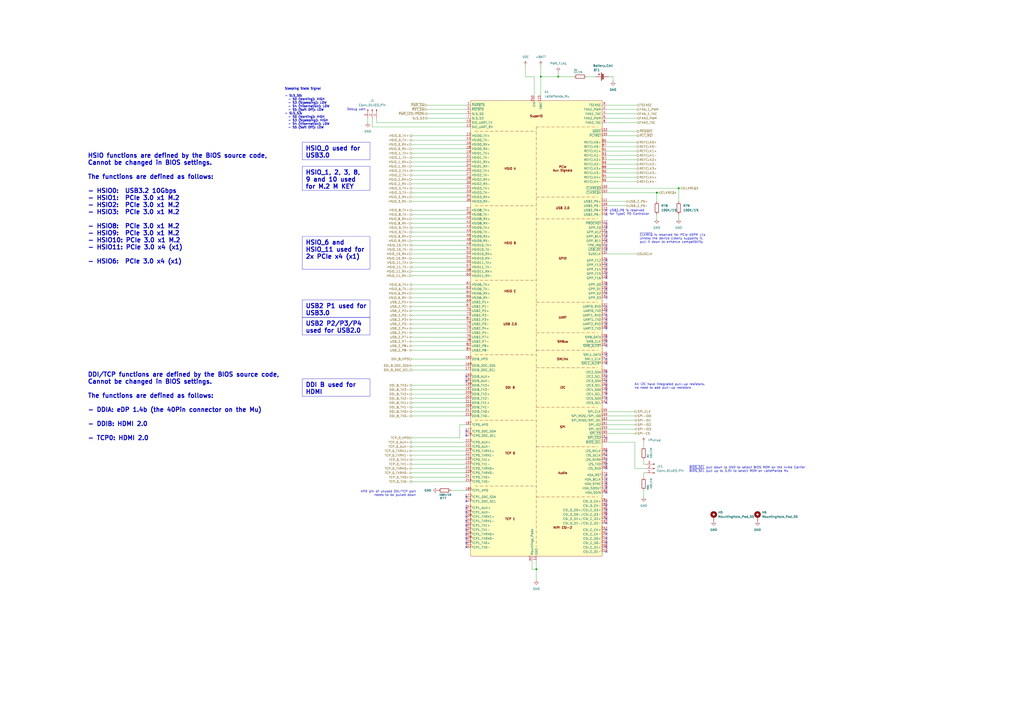
<source format=kicad_sch>
(kicad_sch (version 20231120) (generator "eeschema") (generator_version "8.0")
  (paper "A2")
  (title_block (title "nvme Carrier for LattePanda Mu") (date "2024-07-13") (rev "V1.0"))
  (junction (at 381 111.76))
  (junction (at 323.85 44.45))
  (junction (at 393.7 109.22))
  (junction (at 311.15 330.2))
  (junction (at 313.69 44.45))
  (no_connect (at 270.51 307.34))
  (no_connect (at 351.79 278.13))
  (no_connect (at 351.79 293.37))
  (no_connect (at 351.79 190.5))
  (no_connect (at 351.79 275.59))
  (no_connect (at 351.79 129.54))
  (no_connect (at 351.79 132.08))
  (no_connect (at 351.79 208.28))
  (no_connect (at 270.51 220.98))
  (no_connect (at 351.79 161.29))
  (no_connect (at 351.79 285.75))
  (no_connect (at 351.79 180.34))
  (no_connect (at 351.79 220.98))
  (no_connect (at 270.51 252.73))
  (no_connect (at 270.51 309.88))
  (no_connect (at 351.79 134.62))
  (no_connect (at 351.79 198.12))
  (no_connect (at 351.79 218.44))
  (no_connect (at 351.79 167.64))
  (no_connect (at 270.51 250.19))
  (no_connect (at 351.79 223.52))
  (no_connect (at 351.79 264.16))
  (no_connect (at 351.79 215.9))
  (no_connect (at 351.79 298.45))
  (no_connect (at 270.51 304.8))
  (no_connect (at 351.79 172.72))
  (no_connect (at 351.79 153.67))
  (no_connect (at 351.79 170.18))
  (no_connect (at 351.79 151.13))
  (no_connect (at 270.51 314.96))
  (no_connect (at 351.79 182.88))
  (no_connect (at 351.79 205.74))
  (no_connect (at 351.79 165.1))
  (no_connect (at 351.79 312.42))
  (no_connect (at 270.51 297.18))
  (no_connect (at 351.79 228.6))
  (no_connect (at 351.79 269.24))
  (no_connect (at 351.79 271.78))
  (no_connect (at 270.51 294.64))
  (no_connect (at 351.79 290.83))
  (no_connect (at 270.51 312.42))
  (no_connect (at 351.79 226.06))
  (no_connect (at 351.79 300.99))
  (no_connect (at 270.51 288.29))
  (no_connect (at 351.79 266.7))
  (no_connect (at 351.79 283.21))
  (no_connect (at 351.79 124.46))
  (no_connect (at 270.51 299.72))
  (no_connect (at 351.79 254))
  (no_connect (at 351.79 200.66))
  (no_connect (at 351.79 280.67))
  (no_connect (at 351.79 177.8))
  (no_connect (at 351.79 233.68))
  (no_connect (at 351.79 295.91))
  (no_connect (at 351.79 144.78))
  (no_connect (at 270.51 302.26))
  (no_connect (at 351.79 139.7))
  (no_connect (at 351.79 309.88))
  (no_connect (at 351.79 187.96))
  (no_connect (at 351.79 156.21))
  (no_connect (at 351.79 320.04))
  (no_connect (at 351.79 261.62))
  (no_connect (at 351.79 303.53))
  (no_connect (at 270.51 218.44))
  (no_connect (at 351.79 121.92))
  (no_connect (at 351.79 142.24))
  (no_connect (at 351.79 195.58))
  (no_connect (at 351.79 307.34))
  (no_connect (at 351.79 185.42))
  (no_connect (at 351.79 314.96))
  (no_connect (at 351.79 210.82))
  (no_connect (at 270.51 317.5))
  (no_connect (at 351.79 137.16))
  (no_connect (at 270.51 290.83))
  (no_connect (at 351.79 231.14))
  (no_connect (at 351.79 317.5))
  (no_connect (at 351.79 158.75))
  (wire (pts (xy 238.76 182.88) (xy 270.51 182.88)))
  (wire (pts (xy 238.76 114.3) (xy 270.51 114.3)))
  (wire (pts (xy 351.79 246.38) (xy 368.3 246.38)))
  (wire (pts (xy 213.36 68.58) (xy 213.36 71.12)))
  (wire (pts (xy 238.76 256.54) (xy 270.51 256.54)))
  (wire (pts (xy 351.79 147.32) (xy 369.57 147.32)))
  (wire (pts (xy 238.76 172.72) (xy 270.51 172.72)))
  (wire (pts (xy 238.76 214.63) (xy 270.51 214.63)))
  (wire (pts (xy 381 111.76) (xy 381 116.84)))
  (wire (pts (xy 353.06 44.45) (xy 355.6 44.45)))
  (wire (pts (xy 351.79 105.41) (xy 369.57 105.41)))
  (wire (pts (xy 304.8 44.45) (xy 309.88 44.45)))
  (wire (pts (xy 351.79 100.33) (xy 369.57 100.33)))
  (wire (pts (xy 238.76 116.84) (xy 270.51 116.84)))
  (wire (pts (xy 238.76 274.32) (xy 270.51 274.32)))
  (wire (pts (xy 238.76 195.58) (xy 270.51 195.58)))
  (wire (pts (xy 351.79 97.79) (xy 369.57 97.79)))
  (wire (pts (xy 238.76 190.5) (xy 270.51 190.5)))
  (wire (pts (xy 351.79 82.55) (xy 369.57 82.55)))
  (wire (pts (xy 238.76 137.16) (xy 270.51 137.16)))
  (wire (pts (xy 351.79 243.84) (xy 368.3 243.84)))
  (wire (pts (xy 238.76 276.86) (xy 270.51 276.86)))
  (wire (pts (xy 247.65 63.5) (xy 270.51 63.5)))
  (wire (pts (xy 238.76 228.6) (xy 270.51 228.6)))
  (wire (pts (xy 238.76 165.1) (xy 270.51 165.1)))
  (wire (pts (xy 308.61 325.12) (xy 308.61 330.2)))
  (wire (pts (xy 351.79 238.76) (xy 368.3 238.76)))
  (wire (pts (xy 238.76 271.78) (xy 270.51 271.78)))
  (wire (pts (xy 311.15 325.12) (xy 311.15 330.2)))
  (wire (pts (xy 393.7 109.22) (xy 393.7 116.84)))
  (wire (pts (xy 351.79 256.54) (xy 368.3 256.54)))
  (wire (pts (xy 238.76 127) (xy 270.51 127)))
  (wire (pts (xy 351.79 92.71) (xy 369.57 92.71)))
  (wire (pts (xy 238.76 157.48) (xy 270.51 157.48)))
  (wire (pts (xy 313.69 38.1) (xy 313.69 44.45)))
  (wire (pts (xy 238.76 96.52) (xy 270.51 96.52)))
  (wire (pts (xy 351.79 102.87) (xy 369.57 102.87)))
  (wire (pts (xy 215.9 68.58) (xy 215.9 73.66)))
  (wire (pts (xy 351.79 66.04) (xy 369.57 66.04)))
  (wire (pts (xy 238.76 86.36) (xy 270.51 86.36)))
  (wire (pts (xy 373.38 256.54) (xy 373.38 259.08)))
  (wire (pts (xy 218.44 71.12) (xy 270.51 71.12)))
  (wire (pts (xy 374.65 271.78) (xy 368.3 271.78)))
  (wire (pts (xy 238.76 200.66) (xy 270.51 200.66)))
  (wire (pts (xy 238.76 139.7) (xy 270.51 139.7)))
  (wire (pts (xy 351.79 251.46) (xy 368.3 251.46)))
  (wire (pts (xy 238.76 223.52) (xy 270.51 223.52)))
  (wire (pts (xy 351.79 95.25) (xy 369.57 95.25)))
  (wire (pts (xy 309.88 44.45) (xy 309.88 55.88)))
  (wire (pts (xy 238.76 99.06) (xy 270.51 99.06)))
  (wire (pts (xy 238.76 88.9) (xy 270.51 88.9)))
  (wire (pts (xy 238.76 167.64) (xy 270.51 167.64)))
  (wire (pts (xy 238.76 142.24) (xy 270.51 142.24)))
  (wire (pts (xy 238.76 266.7) (xy 270.51 266.7)))
  (wire (pts (xy 238.76 233.68) (xy 270.51 233.68)))
  (wire (pts (xy 351.79 248.92) (xy 368.3 248.92)))
  (wire (pts (xy 238.76 231.14) (xy 270.51 231.14)))
  (wire (pts (xy 238.76 81.28) (xy 270.51 81.28)))
  (wire (pts (xy 313.69 44.45) (xy 313.69 55.88)))
  (wire (pts (xy 238.76 147.32) (xy 270.51 147.32)))
  (wire (pts (xy 238.76 226.06) (xy 270.51 226.06)))
  (wire (pts (xy 373.38 284.48) (xy 373.38 288.29)))
  (wire (pts (xy 351.79 116.84) (xy 363.22 116.84)))
  (wire (pts (xy 238.76 254) (xy 266.7 254)))
  (wire (pts (xy 308.61 330.2) (xy 311.15 330.2)))
  (wire (pts (xy 323.85 44.45) (xy 332.74 44.45)))
  (wire (pts (xy 238.76 279.4) (xy 270.51 279.4)))
  (wire (pts (xy 266.7 246.38) (xy 270.51 246.38)))
  (wire (pts (xy 238.76 152.4) (xy 270.51 152.4)))
  (wire (pts (xy 374.65 269.24) (xy 373.38 269.24)))
  (wire (pts (xy 238.76 208.28) (xy 270.51 208.28)))
  (wire (pts (xy 238.76 93.98) (xy 270.51 93.98)))
  (wire (pts (xy 351.79 111.76) (xy 381 111.76)))
  (wire (pts (xy 340.36 44.45) (xy 345.44 44.45)))
  (wire (pts (xy 355.6 44.45) (xy 355.6 46.99)))
  (wire (pts (xy 238.76 144.78) (xy 270.51 144.78)))
  (wire (pts (xy 238.76 198.12) (xy 270.51 198.12)))
  (wire (pts (xy 215.9 73.66) (xy 270.51 73.66)))
  (wire (pts (xy 382.27 111.76) (xy 381 111.76)))
  (wire (pts (xy 247.65 66.04) (xy 270.51 66.04)))
  (wire (pts (xy 368.3 271.78) (xy 368.3 256.54)))
  (wire (pts (xy 351.79 109.22) (xy 393.7 109.22)))
  (wire (pts (xy 238.76 241.3) (xy 270.51 241.3)))
  (wire (pts (xy 238.76 154.94) (xy 270.51 154.94)))
  (wire (pts (xy 238.76 101.6) (xy 270.51 101.6)))
  (wire (pts (xy 351.79 87.63) (xy 369.57 87.63)))
  (wire (pts (xy 351.79 68.58) (xy 369.57 68.58)))
  (wire (pts (xy 351.79 119.38) (xy 363.22 119.38)))
  (wire (pts (xy 238.76 259.08) (xy 270.51 259.08)))
  (wire (pts (xy 238.76 109.22) (xy 270.51 109.22)))
  (wire (pts (xy 238.76 78.74) (xy 270.51 78.74)))
  (wire (pts (xy 238.76 91.44) (xy 270.51 91.44)))
  (wire (pts (xy 311.15 330.2) (xy 311.15 336.55)))
  (wire (pts (xy 261.62 284.48) (xy 270.51 284.48)))
  (wire (pts (xy 238.76 177.8) (xy 270.51 177.8)))
  (wire (pts (xy 247.65 60.96) (xy 270.51 60.96)))
  (wire (pts (xy 373.38 269.24) (xy 373.38 266.7)))
  (wire (pts (xy 247.65 68.58) (xy 270.51 68.58)))
  (wire (pts (xy 238.76 106.68) (xy 270.51 106.68)))
  (wire (pts (xy 238.76 129.54) (xy 270.51 129.54)))
  (wire (pts (xy 238.76 160.02) (xy 270.51 160.02)))
  (wire (pts (xy 238.76 149.86) (xy 270.51 149.86)))
  (wire (pts (xy 351.79 90.17) (xy 369.57 90.17)))
  (wire (pts (xy 238.76 203.2) (xy 270.51 203.2)))
  (wire (pts (xy 304.8 38.1) (xy 304.8 44.45)))
  (wire (pts (xy 238.76 212.09) (xy 270.51 212.09)))
  (wire (pts (xy 373.38 274.32) (xy 373.38 276.86)))
  (wire (pts (xy 351.79 63.5) (xy 369.57 63.5)))
  (wire (pts (xy 351.79 60.96) (xy 369.57 60.96)))
  (wire (pts (xy 238.76 264.16) (xy 270.51 264.16)))
  (wire (pts (xy 238.76 175.26) (xy 270.51 175.26)))
  (wire (pts (xy 238.76 170.18) (xy 270.51 170.18)))
  (wire (pts (xy 238.76 238.76) (xy 270.51 238.76)))
  (wire (pts (xy 266.7 254) (xy 266.7 246.38)))
  (wire (pts (xy 374.65 274.32) (xy 373.38 274.32)))
  (wire (pts (xy 381 124.46) (xy 381 127)))
  (wire (pts (xy 238.76 121.92) (xy 270.51 121.92)))
  (wire (pts (xy 323.85 41.91) (xy 323.85 44.45)))
  (wire (pts (xy 238.76 187.96) (xy 270.51 187.96)))
  (wire (pts (xy 351.79 71.12) (xy 369.57 71.12)))
  (wire (pts (xy 238.76 111.76) (xy 270.51 111.76)))
  (wire (pts (xy 238.76 269.24) (xy 270.51 269.24)))
  (wire (pts (xy 238.76 185.42) (xy 270.51 185.42)))
  (wire (pts (xy 351.79 241.3) (xy 368.3 241.3)))
  (wire (pts (xy 394.97 109.22) (xy 393.7 109.22)))
  (wire (pts (xy 238.76 134.62) (xy 270.51 134.62)))
  (wire (pts (xy 238.76 124.46) (xy 270.51 124.46)))
  (wire (pts (xy 351.79 76.2) (xy 369.57 76.2)))
  (wire (pts (xy 351.79 78.74) (xy 369.57 78.74)))
  (wire (pts (xy 313.69 44.45) (xy 323.85 44.45)))
  (wire (pts (xy 238.76 261.62) (xy 270.51 261.62)))
  (wire (pts (xy 218.44 71.12) (xy 218.44 68.58)))
  (wire (pts (xy 393.7 124.46) (xy 393.7 127)))
  (wire (pts (xy 351.79 85.09) (xy 369.57 85.09)))
  (wire (pts (xy 238.76 104.14) (xy 270.51 104.14)))
  (wire (pts (xy 238.76 236.22) (xy 270.51 236.22)))
  (wire (pts (xy 238.76 132.08) (xy 270.51 132.08)))
  (wire (pts (xy 238.76 193.04) (xy 270.51 193.04)))
  (wire (pts (xy 238.76 83.82) (xy 270.51 83.82)))
  (wire (pts (xy 238.76 180.34) (xy 270.51 180.34)))
  (text_box "HSIO_0 used for USB3.0 \n" (at 175.26 82.55 0) (size 39.37 10.16) (effects (font (size 2.54 2.54) (thickness 0.508) (bold yes)) (justify left top)))
  (text_box "HSIO_1, 2, 3, 8, 9 and 10 used for M.2 M KEY\n" (at 175.26 96.52 0) (size 39.37 13.97) (effects (font (size 2.54 2.54) (thickness 0.508) (bold yes)) (justify left top)))
  (text_box "USB2 P2/P3/P4 used for USB2.0 \n" (at 175.26 184.15 0) (size 39.37 10.16) (effects (font (size 2.54 2.54) (thickness 0.508) (bold yes)) (justify left top)))
  (text_box "DDI B used for HDMI\n" (at 175.26 219.71 0) (size 39.37 10.16) (effects (font (size 2.54 2.54) (thickness 0.508) (bold yes)) (justify left top)))
  (text_box "HSIO_6 and HSIO_11 used for 2x PCIe x4 (x1)\n\n" (at 175.26 137.16 0) (size 39.37 19.05) (effects (font (size 2.54 2.54) (thickness 0.508) (bold yes)) (justify left top)))
  (text_box "USB2 P1 used for USB3.0\n" (at 175.26 173.99 0) (size 39.37 10.16) (effects (font (size 2.54 2.54) (thickness 0.508) (bold yes)) (justify left top)))
  (text "HSIO functions are defined by the BIOS source code, \nCannot be changed in BIOS settings.\n\nThe functions are defined as follows:\n\n- HSIO0:  USB3.2 10Gbps\n- HSIO1:  PCIe 3.0 x1 M.2\n- HSIO2:  PCIe 3.0 x1 M.2\n- HSIO3:  PCIe 3.0 x1 M.2\n\n- HSIO8:  PCIe 3.0 x1 M.2\n- HSIO9:  PCIe 3.0 x1 M.2\n- HSIO10: PCIe 3.0 x1 M.2\n- HSIO11: PCIe 3.0 x4 (x1)\n\n- HSIO6:  PCIe 3.0 x4 (x1)" (at 50.8 88.9 0) (effects (font (size 2.54 2.54) (thickness 0.508) (bold yes)) (justify left top)))
  (text "~{BIOS_SEL} pull down to GND to select BIOS ROM on the nvme Carrier\n~{BIOS_SEL} pull up to 3.3V to select ROM on LattePanda Mu" (at 399.796 274.066 0) (effects (font (size 1.27 1.27)) (justify left bottom)))
  (text "DDI/TCP functions are defined by the BIOS source code, \nCannot be changed in BIOS settings.\n\nThe functions are defined as follows:\n\n- DDIA: eDP 1.4b (the 40Pin connector on the Mu)\n\n- DDIB: HDMI 2.0\n\n- TCP0: HDMI 2.0" (at 50.8 215.9 0) (effects (font (size 2.54 2.54) (thickness 0.508) (bold yes)) (justify left top)))
  (text "Sleeping State Signal\n\n- SLS_S0: \n  - S0 (Working): HIGH\n  - S3 (Slpeeping): LOW\n  - S4 (Hibernation): LOW\n  - S5 (Soft Off): LOW\n- SLS_S3:\n  - S0 (Working): HIGH\n  - S3 (Slpeeping): HIGH\n  - S4 (Hibernation): LOW\n  - S5 (Soft Off): LOW" (at 165.1 50.8 0) (effects (font (size 1.27 1.27) (thickness 0.254) (bold yes)) (justify left top)))
  (text "USB2_P6 is reserved\nfor TypeC PD Controller" (at 353.568 123.19 0) (effects (font (size 1.27 1.27)) (justify left)))
  (text "All I2C have integrated pull-up resistors.\nno need to add pull-up resistors" (at 368.046 224.028 0) (effects (font (size 1.27 1.27)) (justify left)))
  (text "Debug uart" (at 212.09 63.5 0) (effects (font (size 1.27 1.27)) (justify right)))
  (text "~{CLKREQ} is reserved for PCIe ASPM L1s\nUnless the device clearly supports it,\npull it down to enhance compatibility" (at 371.094 138.43 0) (effects (font (size 1.27 1.27)) (justify left)))
  (text "HPD pin of unused DDI/TCP port\nneeds to be pulled down" (at 241.3 284.48 0) (effects (font (size 1.27 1.27)) (justify right top)))
  (hierarchical_label "REFCLK1-" (shape output) (at 369.57 90.17 0))
  (hierarchical_label "DDI_B_DDC_SCL" (shape output) (at 238.76 214.63 180))
  (hierarchical_label "SUSCLK" (shape input) (at 369.57 147.32 0))
  (hierarchical_label "FAN_1_TAC" (shape input) (at 369.57 66.04 0))
  (hierarchical_label "HSIO_9_TX-" (shape output) (at 238.76 134.62 180))
  (hierarchical_label "FAN2_TAC" (shape input) (at 369.57 71.12 0))
  (hierarchical_label "HSIO_11_RX+" (shape input) (at 238.76 157.48 180))
  (hierarchical_label "SPI-IO3" (shape bidirectional) (at 368.3 248.92 0))
  (hierarchical_label "USB_2_P1-" (shape bidirectional) (at 238.76 177.8 180))
  (hierarchical_label "TCP_0_TXRX0+" (shape bidirectional) (at 238.76 271.78 180))
  (hierarchical_label "~{PEWAKE}" (shape output) (at 369.57 76.2 0))
  (hierarchical_label "SPI-IO2" (shape bidirectional) (at 368.3 246.38 0))
  (hierarchical_label "HSIO_8_TX-" (shape output) (at 238.76 124.46 180))
  (hierarchical_label "DDI_B_HPD" (shape input) (at 238.76 208.28 180))
  (hierarchical_label "USB_2_P7-" (shape bidirectional) (at 238.76 198.12 180))
  (hierarchical_label "REFCLK2+" (shape output) (at 369.57 92.71 0))
  (hierarchical_label "USB_2_P8+" (shape bidirectional) (at 238.76 200.66 180))
  (hierarchical_label "REFCLK3-" (shape output) (at 369.57 100.33 0))
  (hierarchical_label "DDI_B_TX2-" (shape output) (at 238.76 231.14 180))
  (hierarchical_label "USB_2_P5-" (shape bidirectional) (at 363.22 119.38 0))
  (hierarchical_label "TCP_0_HPD" (shape input) (at 238.76 254 180))
  (hierarchical_label "CLKREQ4" (shape input) (at 382.27 111.76 0))
  (hierarchical_label "REFCLK1+" (shape output) (at 369.57 87.63 0))
  (hierarchical_label "TCP_0_AUX-" (shape output) (at 238.76 259.08 180))
  (hierarchical_label "USB_2_P7+" (shape bidirectional) (at 238.76 195.58 180))
  (hierarchical_label "HSIO_11_TX-" (shape output) (at 238.76 154.94 180))
  (hierarchical_label "DDI_B_TX0+" (shape output) (at 238.76 238.76 180))
  (hierarchical_label "USB_2_P3+" (shape bidirectional) (at 238.76 185.42 180))
  (hierarchical_label "USB_2_P2+" (shape bidirectional) (at 238.76 180.34 180))
  (hierarchical_label "DDI_B_TX3-" (shape output) (at 238.76 226.06 180))
  (hierarchical_label "DDI_B_TX0-" (shape output) (at 238.76 241.3 180))
  (hierarchical_label "HSIO_0_RX+" (shape input) (at 238.76 83.82 180))
  (hierarchical_label "~{PWR_LED}{slash}~{PSON}" (shape output) (at 247.65 66.04 180))
  (hierarchical_label "SLS_S3" (shape output) (at 247.65 68.58 180))
  (hierarchical_label "HSIO_8_TX+" (shape output) (at 238.76 121.92 180))
  (hierarchical_label "HSIO_11_TX+" (shape output) (at 238.76 152.4 180))
  (hierarchical_label "HSIO_9_RX+" (shape input) (at 238.76 137.16 180))
  (hierarchical_label "TCP_0_TXRX1+" (shape bidirectional) (at 238.76 261.62 180))
  (hierarchical_label "REFCLK0+" (shape output) (at 369.57 82.55 0))
  (hierarchical_label "HSIO_6_RX-" (shape input) (at 238.76 172.72 180))
  (hierarchical_label "~{PWR_SW}" (shape input) (at 247.65 60.96 180))
  (hierarchical_label "SPI-CS" (shape bidirectional) (at 368.3 251.46 0))
  (hierarchical_label "USB_2_P4-" (shape bidirectional) (at 238.76 193.04 180))
  (hierarchical_label "USB_2_P8-" (shape bidirectional) (at 238.76 203.2 180))
  (hierarchical_label "HSIO_0_TX+" (shape output) (at 238.76 78.74 180))
  (hierarchical_label "HSIO_3_TX+" (shape output) (at 238.76 109.22 180))
  (hierarchical_label "TCP_0_AUX+" (shape output) (at 238.76 256.54 180))
  (hierarchical_label "USB_2_P2-" (shape bidirectional) (at 238.76 182.88 180))
  (hierarchical_label "TCP_0_TX0+" (shape output) (at 238.76 276.86 180))
  (hierarchical_label "HSIO_3_TX-" (shape output) (at 238.76 111.76 180))
  (hierarchical_label "TCP_0_TXRX1-" (shape bidirectional) (at 238.76 264.16 180))
  (hierarchical_label "HSIO_1_RX-" (shape input) (at 238.76 96.52 180))
  (hierarchical_label "TSENSE" (shape input) (at 369.57 60.96 0))
  (hierarchical_label "USB_2_P5+" (shape bidirectional) (at 363.22 116.84 0))
  (hierarchical_label "HSIO_6_RX+" (shape input) (at 238.76 170.18 180))
  (hierarchical_label "DDI_B_TX2+" (shape output) (at 238.76 228.6 180))
  (hierarchical_label "SPI_CLK" (shape output) (at 368.3 238.76 0))
  (hierarchical_label "USB_2_P3-" (shape bidirectional) (at 238.76 187.96 180))
  (hierarchical_label "HSIO_2_TX+" (shape output) (at 238.76 99.06 180))
  (hierarchical_label "FAN_1_PWM" (shape output) (at 369.57 63.5 0))
  (hierarchical_label "SPI-IO1" (shape bidirectional) (at 368.3 243.84 0))
  (hierarchical_label "USB_2_P4+" (shape bidirectional) (at 238.76 190.5 180))
  (hierarchical_label "HSIO_1_RX+" (shape input) (at 238.76 93.98 180))
  (hierarchical_label "HSIO_2_RX+" (shape input) (at 238.76 104.14 180))
  (hierarchical_label "DDI_B_TX1-" (shape output) (at 238.76 236.22 180))
  (hierarchical_label "REFCLK4+" (shape output) (at 369.57 102.87 0))
  (hierarchical_label "SPI-IO0" (shape bidirectional) (at 368.3 241.3 0))
  (hierarchical_label "HSIO_9_RX-" (shape input) (at 238.76 139.7 180))
  (hierarchical_label "HSIO_10_RX+" (shape input) (at 238.76 147.32 180))
  (hierarchical_label "HSIO_10_TX-" (shape output) (at 238.76 144.78 180))
  (hierarchical_label "~{PLT_RST}" (shape output) (at 369.57 78.74 0))
  (hierarchical_label "HSIO_0_RX-" (shape input) (at 238.76 86.36 180))
  (hierarchical_label "FAN2_PWM" (shape input) (at 369.57 68.58 0))
  (hierarchical_label "TCP_0_TX1+" (shape output) (at 238.76 266.7 180))
  (hierarchical_label "USB_2_P1+" (shape bidirectional) (at 238.76 175.26 180))
  (hierarchical_label "REFCLK3+" (shape output) (at 369.57 97.79 0))
  (hierarchical_label "HSIO_1_TX-" (shape output) (at 238.76 91.44 180))
  (hierarchical_label "REFCLK2-" (shape output) (at 369.57 95.25 0))
  (hierarchical_label "DDI_B_DDC_SDA" (shape bidirectional) (at 238.76 212.09 180))
  (hierarchical_label "DDI_B_TX1+" (shape output) (at 238.76 233.68 180))
  (hierarchical_label "HSIO_2_RX-" (shape input) (at 238.76 106.68 180))
  (hierarchical_label "HSIO_3_RX+" (shape input) (at 238.76 114.3 180))
  (hierarchical_label "HSIO_1_TX+" (shape output) (at 238.76 88.9 180))
  (hierarchical_label "HSIO_10_TX+" (shape output) (at 238.76 142.24 180))
  (hierarchical_label "HSIO_2_TX-" (shape output) (at 238.76 101.6 180))
  (hierarchical_label "HSIO_6_TX-" (shape output) (at 238.76 167.64 180))
  (hierarchical_label "HSIO_6_TX+" (shape output) (at 238.76 165.1 180))
  (hierarchical_label "~{RST_SW}" (shape input) (at 247.65 63.5 180))
  (hierarchical_label "CLKREQ3" (shape input) (at 394.97 109.22 0))
  (hierarchical_label "DDI_B_TX3+" (shape output) (at 238.76 223.52 180))
  (hierarchical_label "HSIO_0_TX-" (shape output) (at 238.76 81.28 180))
  (hierarchical_label "REFCLK0-" (shape output) (at 369.57 85.09 0))
  (hierarchical_label "REFCLK4-" (shape output) (at 369.57 105.41 0))
  (hierarchical_label "HSIO_9_TX+" (shape output) (at 238.76 132.08 180))
  (hierarchical_label "TCP_0_TX1-" (shape output) (at 238.76 269.24 180))
  (hierarchical_label "TCP_0_TXRX0-" (shape bidirectional) (at 238.76 274.32 180))
  (hierarchical_label "HSIO_3_RX-" (shape input) (at 238.76 116.84 180))
  (hierarchical_label "HSIO_8_RX-" (shape input) (at 238.76 129.54 180))
  (hierarchical_label "HSIO_11_RX-" (shape input) (at 238.76 160.02 180))
  (hierarchical_label "HSIO_10_RX-" (shape input) (at 238.76 149.86 180))
  (hierarchical_label "TCP_0_TX0-" (shape output) (at 238.76 279.4 180))
  (hierarchical_label "HSIO_8_RX+" (shape input) (at 238.76 127 180))
  (symbol (lib_id "MCU_Module_LattePanda:LattePanda_Mu") (at 311.15 190.5 0) (unit 1)
    (property "Reference" "A1" (at 315.8841 53.34 0) (effects (justify left)))
    (property "Value" "LattePanda_Mu" (at 315.8841 55.88 0) (effects (justify left)))
    (property "Footprint" "Module_LattePanda:LattePanda_Module_H8.0mm_Horizontal" (effects (hide yes)))
    (property "Datasheet" "https://wmsc.lcsc.com/wmsc/upload/file/pdf/v2/lcsc/2012102315_LOTES-ADDR0069-P009A_C962126.pdf" (effects (hide yes)))
    (property "Description" "A micro computing module with x86 processer, RAM and eMMC." (effects (hide yes)))
    (property "Part#" "C962126" (effects (hide yes)))
    (property "MPN" "ADDR0069-P009A" (effects (hide yes)))
    (property "Package" "SMD,P=0.5mm,Surface Mount，Right Angle" (effects (hide yes)))
    (property "LCSC Part #" "C962126" (effects (hide yes)))
  )
  (symbol (lib_id "power:GND") (at 373.38 288.29 0) (unit 1)
    (property "Reference" "#PWR0197" (effects (hide yes)))
    (property "Value" "GND" (at 373.38 293.37 0))
  )
  (symbol (lib_id "power:GND") (at 393.7 127 0) (unit 1)
    (property "Reference" "#PWR0104" (effects (hide yes)))
    (property "Value" "GND" (at 393.7 132.08 0))
  )
  (symbol (lib_id "Connector:Conn_01x03_Pin") (at 215.9 63.5 270) (unit 1)
    (property "Reference" "J1" (at 215.9 58.42 90))
    (property "Value" "Conn_01x03_Pin" (at 215.9 60.96 90))
    (property "Footprint" "Connector_PinHeader_2.54mm:PinHeader_1x03_P2.54mm_Vertical" (effects (hide yes)))
    (property "Description" "Generic connector, single row, 01x03, script generated" (effects (hide yes)))
    (property "MPN" "PZ2.54-1*3" (effects (hide yes)))
    (property "Package" "Jumper" (effects (hide yes)))
  )
  (symbol (lib_id "power:GND") (at 254 284.48 270) (unit 1)
    (property "Reference" "#PWR0120" (effects (hide yes)))
    (property "Value" "GND" (at 250.19 284.4799 90) (effects (justify right)))
  )
  (symbol (lib_id "power:PWR_FLAG") (at 323.85 41.91 0) (unit 1)
    (property "Reference" "#FLG0201" (effects (hide yes)))
    (property "Value" "PWR_FLAG" (at 323.85 36.83 0))
    (property "Description" "Special symbol for telling ERC where power comes from" (effects (hide yes)))
  )
  (symbol (lib_id "Device:R") (at 336.55 44.45 90) (unit 1)
    (property "Reference" "R1" (at 334.01 40.64 90) (effects (font (size 1 1))))
    (property "Value" "1K/1%" (at 335.28 41.91 90) (effects (font (size 1 1))))
    (property "Footprint" "A_HDJ_Library:R_0402_1005Metric" (effects (hide yes)))
    (property "Datasheet" "https://wmsc.lcsc.com/wmsc/upload/file/pdf/v2/lcsc/2304140030_YAGEO-RC0402FR-071KL_C106235.pdf" (effects (hide yes)))
    (property "Part#" "C106235" (effects (hide yes)))
    (property "MPN" "RC0402FR-071KL" (effects (hide yes)))
    (property "Package" "0402" (effects (hide yes)))
    (property "LCSC Part #" "C106235" (effects (hide yes)))
  )
  (symbol (lib_id "Device:R") (at 373.38 280.67 180) (unit 1)
    (property "Reference" "R95" (at 375.92 281.178 90) (effects (font (size 1 1)) (justify left)))
    (property "Value" "10K/1%" (at 377.698 277.368 90) (effects (font (size 1 1)) (justify left)))
    (property "Footprint" "A_HDJ_Library:R_0402_1005Metric" (effects (hide yes)))
    (property "Datasheet" "https://wmsc.lcsc.com/wmsc/upload/file/pdf/v2/lcsc/2304140030_YAGEO-RC0402FR-0710KL_C60490.pdf" (effects (hide yes)))
    (property "Part#" "C60490" (effects (hide yes)))
    (property "MPN" "RC0402FR-0710KL" (effects (hide yes)))
    (property "Package" "0402" (effects (hide yes)))
    (property "LCSC Part #" "C60490" (effects (hide yes)))
  )
  (symbol (lib_id "power:GND") (at 311.15 336.55 0) (unit 1)
    (property "Reference" "#PWR07" (effects (hide yes)))
    (property "Value" "GND" (at 311.15 341.63 0))
  )
  (symbol (lib_id "power:GND") (at 213.36 71.12 0) (unit 1)
    (property "Reference" "#PWR05" (effects (hide yes)))
    (property "Value" "GND" (at 213.36 76.2 0))
  )
  (symbol (lib_id "power:GND") (at 439.42 302.26 0) (unit 1) (in_bom no)
    (property "Reference" "#PWR012" (effects (hide yes)))
    (property "Value" "GND" (at 439.42 307.34 0))
  )
  (symbol (lib_id "power:GND") (at 414.02 302.26 0) (unit 1) (in_bom no)
    (property "Reference" "#PWR011" (effects (hide yes)))
    (property "Value" "GND" (at 414.02 307.34 0))
  )
  (symbol (lib_id "Device:R") (at 393.7 120.65 0) (unit 1)
    (property "Reference" "R79" (at 396.24 119.3799 0) (effects (justify left)))
    (property "Value" "100K/1%" (at 396.24 121.9199 0) (effects (justify left)))
    (property "Footprint" "A_HDJ_Library:R_0402_1005Metric" (effects (hide yes)))
    (property "Datasheet" "https://wmsc.lcsc.com/wmsc/upload/file/pdf/v2/lcsc/2304140030_YAGEO-RC0402FR-07100KL_C60491.pdf" (effects (hide yes)))
    (property "Description" "Resistor" (effects (hide yes)))
    (property "Part#" "C60491" (effects (hide yes)))
    (property "MPN" "RC0402FR-07100KL" (effects (hide yes)))
    (property "Package" "0402" (effects (hide yes)))
    (property "LCSC Part #" "C60491" (effects (hide yes)))
  )
  (symbol (lib_id "power:+BATT") (at 313.69 38.1 0) (unit 1)
    (property "Reference" "#PWR08" (effects (hide yes)))
    (property "Value" "+BATT" (at 313.69 33.02 0))
  )
  (symbol (lib_name "+3V3_1") (lib_id "power:+3V3") (at 373.38 256.54 0) (unit 1)
    (property "Reference" "#PWR010" (effects (hide yes)))
    (property "Value" "VPullup" (at 375.92 255.2699 0) (effects (justify left)))
    (property "Description" "Power symbol creates a global label with name \"VPullup\"" (effects (hide yes)))
  )
  (symbol (lib_id "Device:R") (at 381 120.65 0) (unit 1)
    (property "Reference" "R78" (at 383.54 119.3799 0) (effects (justify left)))
    (property "Value" "100K/1%" (at 383.54 121.9199 0) (effects (justify left)))
    (property "Footprint" "A_HDJ_Library:R_0402_1005Metric" (effects (hide yes)))
    (property "Datasheet" "https://wmsc.lcsc.com/wmsc/upload/file/pdf/v2/lcsc/2304140030_YAGEO-RC0402FR-07100KL_C60491.pdf" (effects (hide yes)))
    (property "Description" "Resistor" (effects (hide yes)))
    (property "Part#" "C60491" (effects (hide yes)))
    (property "MPN" "RC0402FR-07100KL" (effects (hide yes)))
    (property "Package" "0402" (effects (hide yes)))
    (property "LCSC Part #" "C60491" (effects (hide yes)))
  )
  (symbol (lib_id "Device:R") (at 257.81 284.48 270) (unit 1)
    (property "Reference" "R77" (at 257.048 289.052 90))
    (property "Value" "100K/1%" (at 258.318 287.02 90) (effects (font (size 1 1))))
    (property "Footprint" "A_HDJ_Library:R_0402_1005Metric" (effects (hide yes)))
    (property "Datasheet" "https://wmsc.lcsc.com/wmsc/upload/file/pdf/v2/lcsc/2304140030_YAGEO-RC0402FR-07100KL_C60491.pdf" (effects (hide yes)))
    (property "Part#" "C60491" (effects (hide yes)))
    (property "MPN" "RC0402FR-07100KL" (effects (hide yes)))
    (property "Package" "0402" (effects (hide yes)))
    (property "LCSC Part #" "C60491" (effects (hide yes)))
  )
  (symbol (lib_id "Connector:Conn_01x03_Pin") (at 379.73 271.78 180) (unit 1)
    (property "Reference" "J11" (at 381 270.5099 0) (effects (justify right)))
    (property "Value" "Conn_01x03_Pin" (at 381 273.0499 0) (effects (justify right)))
    (property "Footprint" "Connector_PinHeader_2.54mm:PinHeader_1x03_P2.54mm_Vertical" (effects (hide yes)))
    (property "Description" "Generic connector, single row, 01x03, script generated" (effects (hide yes)))
    (property "MPN" "PZ2.54-1*3" (effects (hide yes)))
    (property "Package" "Jumper" (effects (hide yes)))
  )
  (symbol (lib_id "Device:Battery_Cell") (at 350.52 44.45 90) (unit 1)
    (property "Reference" "BT1" (at 347.98 40.64 90) (effects (justify left)))
    (property "Value" "Battery_Cell" (at 355.6 38.1 90) (effects (justify left)))
    (property "Footprint" "A_HDJ_Library:Battery_Holder_CR1220_S8411-45R" (effects (hide yes)))
    (property "Datasheet" "https://www.lcsc.com/datasheet/lcsc_datasheet_2405081637_Q-J-CR1220-2_C70381.pdf" (effects (hide yes)))
    (property "Part#" "C70381" (effects (hide yes)))
    (property "MPN" "CR1220-2" (effects (hide yes)))
    (property "Package" "SMD" (effects (hide yes)))
    (property "LCSC Part #" "C70381" (effects (hide yes)))
    (property "MPN_alt" "S8411-45R" (effects (hide yes)))
  )
  (symbol (lib_id "Mechanical:MountingHole_Pad") (at 414.02 299.72 0) (unit 1) (in_bom no)
    (property "Reference" "H5" (at 416.56 297.18 0) (effects (justify left)))
    (property "Value" "MountingHole_Pad_50" (at 416.56 299.72 0) (effects (justify left)))
    (property "Footprint" "A_HDJ_Library:MountingHole_3mm_M2_Pad_TopOnly" (effects (hide yes)))
    (property "Datasheet" "https://www.lcsc.com/datasheet/lcsc_datasheet_2410121507_YIYUAN-SMTWEM250STR_C5301799.pdf" (effects (hide yes)))
    (property "Package" "MountingHole" (effects (hide yes)))
    (property "LCSC Part #" "C5301799" (effects (hide yes)))
    (property "MPN" "SMTWEM250STR" (effects (hide yes)))
  )
  (symbol (lib_id "power:VDC") (at 304.8 38.1 0) (unit 1)
    (property "Reference" "#PWR06" (effects (hide yes)))
    (property "Value" "VDC" (at 303.022 33.02 0) (effects (justify left)))
  )
  (symbol (lib_id "power:GND") (at 381 127 0) (unit 1)
    (property "Reference" "#PWR0103" (effects (hide yes)))
    (property "Value" "GND" (at 381 132.08 0))
  )
  (symbol (lib_id "power:GND") (at 355.6 46.99 0) (unit 1)
    (property "Reference" "#PWR09" (effects (hide yes)))
    (property "Value" "GND" (at 355.6 52.07 0))
  )
  (symbol (lib_id "Device:R") (at 373.38 262.89 180) (unit 1)
    (property "Reference" "R2" (at 375.92 263.398 90) (effects (font (size 1 1)) (justify left)))
    (property "Value" "10K/1%" (at 377.698 259.588 90) (effects (font (size 1 1)) (justify left)))
    (property "Footprint" "A_HDJ_Library:R_0402_1005Metric" (effects (hide yes)))
    (property "Datasheet" "https://wmsc.lcsc.com/wmsc/upload/file/pdf/v2/lcsc/2304140030_YAGEO-RC0402FR-0710KL_C60490.pdf" (effects (hide yes)))
    (property "Part#" "C60490" (effects (hide yes)))
    (property "MPN" "RC0402FR-0710KL" (effects (hide yes)))
    (property "Package" "0402" (effects (hide yes)))
    (property "LCSC Part #" "C60490" (effects (hide yes)))
  )
  (symbol (lib_id "Mechanical:MountingHole_Pad") (at 439.42 299.72 0) (unit 1) (in_bom no)
    (property "Reference" "H6" (at 441.96 297.18 0) (effects (justify left)))
    (property "Value" "MountingHole_Pad_50" (at 441.96 299.72 0) (effects (justify left)))
    (property "Footprint" "A_HDJ_Library:MountingHole_3mm_M2_Pad_TopOnly" (effects (hide yes)))
    (property "Datasheet" "https://www.lcsc.com/datasheet/lcsc_datasheet_2410121507_YIYUAN-SMTWEM250STR_C5301799.pdf" (effects (hide yes)))
    (property "Package" "MountingHole" (effects (hide yes)))
    (property "LCSC Part #" "C5301799" (effects (hide yes)))
    (property "MPN" "SMTWEM250STR" (effects (hide yes)))
  )
)
</source>
